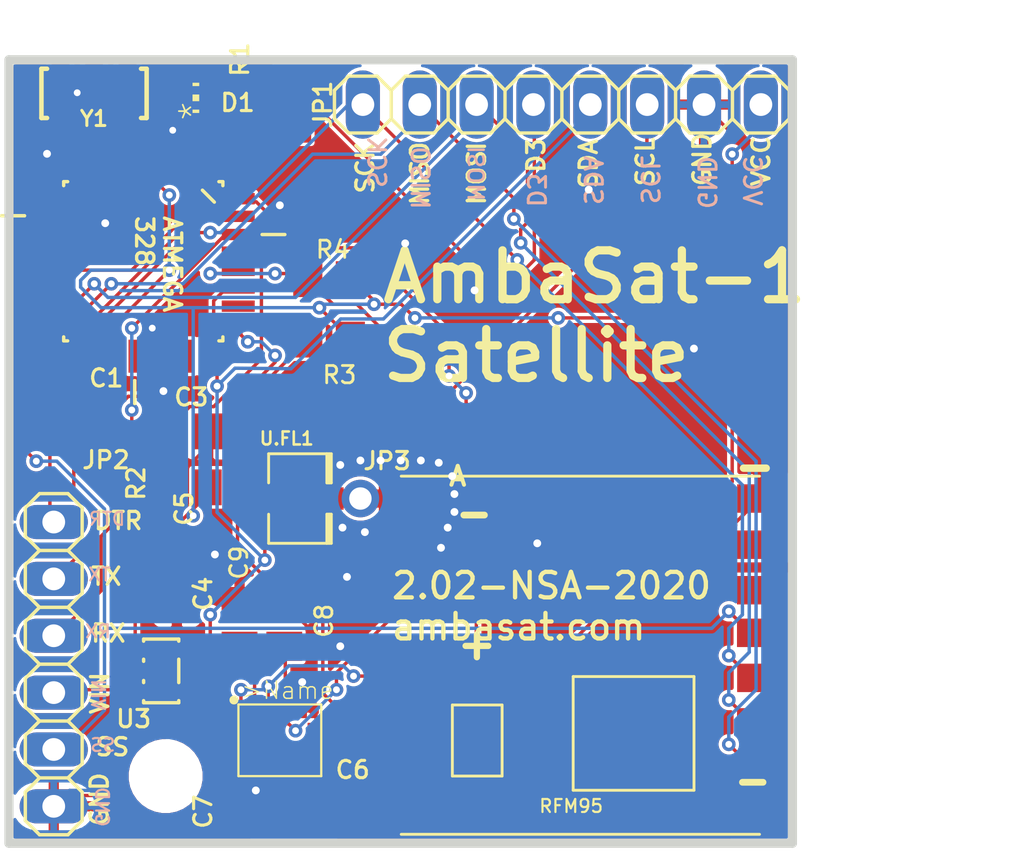
<source format=kicad_pcb>
(kicad_pcb (version 20171130) (host pcbnew "(5.1.6)-1")
  (layers (0 Top signal) (31 Bottom signal hide) (34 B.Paste user hide) (35 F.Paste user hide) (36 B.SilkS user hide) (37 F.SilkS user hide) (38 B.Mask user hide) (39 F.Mask user hide) (44 Edge.Cuts user hide))
  (net 0 "")
  (net 1 VCC)
  (net 2 GND)
  (net 3 /DIO0)
  (net 4 /TX)
  (net 5 /RX)
  (net 6 /RESET)
  (net 7 /SCL)
  (net 8 /SDA)
  (net 9 /DIO1)
  (net 10 /A0)
  (net 11 /SCK)
  (net 12 /MISO)
  (net 13 /MOSI)
  (net 14 /SS)
  (net 15 /D3)
  (net 16 "Net-(D1-PadA)")
  (net 17 "Net-(C1-Pad2)")
  (net 18 "Net-(JP3-Pad1)")
  (net 19 /VIN)
  (net 20 "Net-(C9-Pad1)")
  (net 21 "Net-(C8-Pad1)")
  (net 22 "Net-(U1-Pad13)")
  (net 23 "Net-(U1-Pad12)")
  (net 24 "Net-(U1-Pad11)")
  (net 25 "Net-(U1-Pad10)")
  (net 26 "Net-(U1-Pad9)")
  (net 27 "Net-(R1-Pad2)")
  (net 28 "Net-(U2-Pad26)")
  (net 29 "Net-(U2-Pad24)")
  (net 30 "Net-(U2-Pad22)")
  (net 31 "Net-(U2-Pad20)")
  (net 32 "Net-(U2-Pad19)")
  (net 33 "Net-(U2-Pad12)")
  (net 34 "Net-(U2-Pad11)")
  (net 35 "Net-(U2-Pad10)")
  (net 36 "Net-(U2-Pad9)")
  (net 37 "Net-(U2-Pad8)")
  (net 38 "Net-(U2-Pad7)")
  (net 39 "Net-(U2-Pad2)")
  (net 40 "Net-(U3-Pad4)")
  (net 41 "Net-(U4-PadRST)")
  (net 42 "Net-(U4-PadDIO5)")
  (net 43 "Net-(U4-PadDIO2)")
  (module "" (layer Top) (at 138.0011 119.5036)
    (fp_text reference @HOLE0 hide)
    (fp_text value "" (at 0 0) (layer F.SilkS) (effects (font (size 1.27 1.27))))
    (pad "" np_thru_hole circle (at 0 0) (size 3 3) (drill 3) (layers *.Cu *.Mask))
  )
  (module "AmbaSat-1 Satellite:QFP80P900X900X120-32N" (layer Top) (at 137.0011 96.5036 270)
    (fp_text reference U2 hide)
    (fp_text value ATMEGA328P-AU)
    (fp_text user * (at -6.1976 -2.9464 270) (layer F.SilkS) (effects (font (size 1.2065 1.2065) (thickness 0.0762)) (justify left bottom)))
    (pad 32 smd rect (at -2.794 -4.2418 90) (size 0.508 1.4732) (layers Top F.Paste F.Mask) (net 3 /DIO0))
    (pad 31 smd rect (at -2.0066 -4.2418 90) (size 0.508 1.4732) (layers Top F.Paste F.Mask) (net 4 /TX))
    (pad 30 smd rect (at -1.1938 -4.2418 90) (size 0.508 1.4732) (layers Top F.Paste F.Mask) (net 5 /RX))
    (pad 29 smd rect (at -0.4064 -4.2418 90) (size 0.508 1.4732) (layers Top F.Paste F.Mask) (net 6 /RESET))
    (pad 28 smd rect (at 0.4064 -4.2418 90) (size 0.508 1.4732) (layers Top F.Paste F.Mask) (net 7 /SCL))
    (pad 27 smd rect (at 1.1938 -4.2418 90) (size 0.508 1.4732) (layers Top F.Paste F.Mask) (net 8 /SDA))
    (pad 26 smd rect (at 2.0066 -4.2418 90) (size 0.508 1.4732) (layers Top F.Paste F.Mask) (net 28 "Net-(U2-Pad26)"))
    (pad 25 smd rect (at 2.794 -4.2418 90) (size 0.508 1.4732) (layers Top F.Paste F.Mask) (net 9 /DIO1))
    (pad 24 smd rect (at 4.2418 -2.794 180) (size 0.508 1.4732) (layers Top F.Paste F.Mask) (net 29 "Net-(U2-Pad24)"))
    (pad 23 smd rect (at 4.2418 -2.0066 180) (size 0.508 1.4732) (layers Top F.Paste F.Mask) (net 10 /A0))
    (pad 22 smd rect (at 4.2418 -1.1938 180) (size 0.508 1.4732) (layers Top F.Paste F.Mask) (net 30 "Net-(U2-Pad22)"))
    (pad 21 smd rect (at 4.2418 -0.4064 180) (size 0.508 1.4732) (layers Top F.Paste F.Mask) (net 2 GND))
    (pad 20 smd rect (at 4.2418 0.4064 180) (size 0.508 1.4732) (layers Top F.Paste F.Mask) (net 31 "Net-(U2-Pad20)"))
    (pad 19 smd rect (at 4.2418 1.1938 180) (size 0.508 1.4732) (layers Top F.Paste F.Mask) (net 32 "Net-(U2-Pad19)"))
    (pad 18 smd rect (at 4.2418 2.0066 180) (size 0.508 1.4732) (layers Top F.Paste F.Mask) (net 1 VCC))
    (pad 17 smd rect (at 4.2418 2.794 180) (size 0.508 1.4732) (layers Top F.Paste F.Mask) (net 11 /SCK))
    (pad 16 smd rect (at 2.794 4.2418 90) (size 0.508 1.4732) (layers Top F.Paste F.Mask) (net 12 /MISO))
    (pad 15 smd rect (at 2.0066 4.2418 90) (size 0.508 1.4732) (layers Top F.Paste F.Mask) (net 13 /MOSI))
    (pad 14 smd rect (at 1.1938 4.2418 90) (size 0.508 1.4732) (layers Top F.Paste F.Mask) (net 14 /SS))
    (pad 13 smd rect (at 0.4064 4.2418 90) (size 0.508 1.4732) (layers Top F.Paste F.Mask) (net 27 "Net-(R1-Pad2)"))
    (pad 12 smd rect (at -0.4064 4.2418 90) (size 0.508 1.4732) (layers Top F.Paste F.Mask) (net 33 "Net-(U2-Pad12)"))
    (pad 11 smd rect (at -1.1938 4.2418 90) (size 0.508 1.4732) (layers Top F.Paste F.Mask) (net 34 "Net-(U2-Pad11)"))
    (pad 10 smd rect (at -2.0066 4.2418 90) (size 0.508 1.4732) (layers Top F.Paste F.Mask) (net 35 "Net-(U2-Pad10)"))
    (pad 9 smd rect (at -2.794 4.2418 90) (size 0.508 1.4732) (layers Top F.Paste F.Mask) (net 36 "Net-(U2-Pad9)"))
    (pad 8 smd rect (at -4.2418 2.794 180) (size 0.508 1.4732) (layers Top F.Paste F.Mask) (net 37 "Net-(U2-Pad8)"))
    (pad 7 smd rect (at -4.2418 2.0066 180) (size 0.508 1.4732) (layers Top F.Paste F.Mask) (net 38 "Net-(U2-Pad7)"))
    (pad 6 smd rect (at -4.2418 1.1938 180) (size 0.508 1.4732) (layers Top F.Paste F.Mask) (net 1 VCC))
    (pad 5 smd rect (at -4.2418 0.4064 180) (size 0.508 1.4732) (layers Top F.Paste F.Mask) (net 2 GND))
    (pad 4 smd rect (at -4.2418 -0.4064 180) (size 0.508 1.4732) (layers Top F.Paste F.Mask) (net 1 VCC))
    (pad 3 smd rect (at -4.2418 -1.1938 180) (size 0.508 1.4732) (layers Top F.Paste F.Mask) (net 2 GND))
    (pad 2 smd rect (at -4.2418 -2.0066 180) (size 0.508 1.4732) (layers Top F.Paste F.Mask) (net 39 "Net-(U2-Pad2)"))
    (pad 1 smd rect (at -4.2418 -2.794 180) (size 0.508 1.4732) (layers Top F.Paste F.Mask) (net 15 /D3))
  )
  (module "AmbaSat-1 Satellite:C0805K" (layer Top) (at 133.8011 104.1036 180)
    (fp_text reference C1 (at -0.7 1.925) (layer F.SilkS) (effects (font (size 0.77216 0.77216) (thickness 0.138988)) (justify left bottom)))
    (fp_text value 1uF)
    (pad 2 smd rect (at 1 0 180) (size 1.3 1.6) (layers Top F.Paste F.Mask) (net 17 "Net-(C1-Pad2)"))
    (pad 1 smd rect (at -1 0 180) (size 1.3 1.6) (layers Top F.Paste F.Mask) (net 6 /RESET))
  )
  (module "AmbaSat-1 Satellite:C0805K" (layer Top) (at 138.9011 104.1036)
    (fp_text reference C3 (at -0.6 -1.075) (layer F.SilkS) (effects (font (size 0.77216 0.77216) (thickness 0.138988)) (justify left bottom)))
    (fp_text value 0.1uF)
    (pad 2 smd rect (at 1 0) (size 1.3 1.6) (layers Top F.Paste F.Mask) (net 2 GND))
    (pad 1 smd rect (at -1 0) (size 1.3 1.6) (layers Top F.Paste F.Mask) (net 6 /RESET))
  )
  (module "AmbaSat-1 Satellite:C0805K" (layer Top) (at 137.5011 111.6036)
    (fp_text reference C4 (at 2.625 0.6 90) (layer F.SilkS) (effects (font (size 0.77216 0.77216) (thickness 0.138988)) (justify left bottom)))
    (fp_text value 1uF)
    (pad 2 smd rect (at 1 0) (size 1.3 1.6) (layers Top F.Paste F.Mask) (net 2 GND))
    (pad 1 smd rect (at -1 0) (size 1.3 1.6) (layers Top F.Paste F.Mask) (net 19 /VIN))
  )
  (module "AmbaSat-1 Satellite:C0805K" (layer Top) (at 137.5011 109.3036 180)
    (fp_text reference C5 (at -1.775 0.9 90) (layer F.SilkS) (effects (font (size 0.77216 0.77216) (thickness 0.138988)) (justify left bottom)))
    (fp_text value 2.2uF)
    (pad 2 smd rect (at 1 0 180) (size 1.3 1.6) (layers Top F.Paste F.Mask) (net 2 GND))
    (pad 1 smd rect (at -1 0 180) (size 1.3 1.6) (layers Top F.Paste F.Mask) (net 1 VCC))
  )
  (module "AmbaSat-1 Satellite:CHIP-LED0805" (layer Top) (at 139.5011 89.2036 90)
    (fp_text reference D1 (at -0.67 0.87) (layer F.SilkS) (effects (font (size 0.77216 0.77216) (thickness 0.138988)) (justify left bottom)))
    (fp_text value LEDCHIP-LED0805)
    (pad A smd rect (at 0 1.05 90) (size 1.2 1.2) (layers Top F.Paste F.Mask) (net 16 "Net-(D1-PadA)"))
    (pad C smd rect (at 0 -1.05 90) (size 1.2 1.2) (layers Top F.Paste F.Mask) (net 2 GND))
  )
  (module "AmbaSat-1 Satellite:M0805" (layer Top) (at 143.7011 89.6036 270)
    (fp_text reference R1 (at -1.27 1.93 90) (layer F.SilkS) (effects (font (size 0.77216 0.77216) (thickness 0.138988)) (justify left bottom)))
    (fp_text value 1K)
    (pad 2 smd rect (at 0.95 0 270) (size 1.3 1.6) (layers Top F.Paste F.Mask) (net 27 "Net-(R1-Pad2)"))
    (pad 1 smd rect (at -0.95 0 270) (size 1.3 1.6) (layers Top F.Paste F.Mask) (net 16 "Net-(D1-PadA)"))
  )
  (module "AmbaSat-1 Satellite:M0805" (layer Top) (at 138.9011 106.6036)
    (fp_text reference R2 (at -1.77 0.67 90) (layer F.SilkS) (effects (font (size 0.77216 0.77216) (thickness 0.138988)) (justify left bottom)))
    (fp_text value " 10k")
    (pad 2 smd rect (at 0.95 0) (size 1.3 1.6) (layers Top F.Paste F.Mask) (net 1 VCC))
    (pad 1 smd rect (at -0.95 0) (size 1.3 1.6) (layers Top F.Paste F.Mask) (net 6 /RESET))
  )
  (module "AmbaSat-1 Satellite:RFM95" (layer Top) (at 154.3011 114.1036 180)
    (fp_text reference U4 hide)
    (fp_text value RFM95)
    (fp_text user - (at -8.981 -6.299 180) (layer F.SilkS) (effects (font (size 1.2065 1.2065) (thickness 0.3175)) (justify left bottom)))
    (fp_text user - (at -8.981 7.671 180) (layer F.SilkS) (effects (font (size 1.32715 1.32715) (thickness 0.34925)) (justify left bottom)))
    (fp_text user - (at 3.465 5.639 180) (layer F.SilkS) (effects (font (size 1.2065 1.2065) (thickness 0.3175)) (justify left bottom)))
    (fp_text user A (at 3.7315 7.503 180) (layer F.SilkS) (effects (font (size 0.84455 0.84455) (thickness 0.1778)) (justify left bottom)))
    (fp_text user + (at 3.4015 -0.2665 180) (layer F.SilkS) (effects (font (size 1.32715 1.32715) (thickness 0.2794)) (justify left bottom)))
    (pad VDD smd rect (at 5.7775 -1 180) (size 2 1.27) (layers Top F.Paste F.Mask) (net 1 VCC))
    (pad SCK smd rect (at -10.23 -1.0122 180) (size 2 1.27) (layers Top F.Paste F.Mask) (net 11 /SCK))
    (pad RST smd rect (at -10.2225 2.905) (size 2 1.27) (layers Top F.Paste F.Mask) (net 41 "Net-(U4-PadRST)"))
    (pad NSS smd rect (at -10.2225 1) (size 2 1.27) (layers Top F.Paste F.Mask) (net 14 /SS))
    (pad MOSI smd rect (at -10.2245 -3 180) (size 2 1.27) (layers Top F.Paste F.Mask) (net 13 /MOSI))
    (pad MISO smd rect (at -10.23 -5 180) (size 2 1.27) (layers Top F.Paste F.Mask) (net 12 /MISO))
    (pad GND2 smd rect (at -10.23 7 180) (size 2 1.27) (layers Top F.Paste F.Mask) (net 2 GND))
    (pad GND1 smd rect (at -10.2225 -7) (size 2 1.27) (layers Top F.Paste F.Mask) (net 2 GND))
    (pad GND smd rect (at 5.7775 5 180) (size 2 1.27) (layers Top F.Paste F.Mask) (net 2 GND))
    (pad DIO5 smd rect (at -10.2245 4.9365 180) (size 2 1.27) (layers Top F.Paste F.Mask) (net 42 "Net-(U4-PadDIO5)"))
    (pad DIO2 smd rect (at 5.7795 -7) (size 2 1.27) (layers Top F.Paste F.Mask) (net 43 "Net-(U4-PadDIO2)"))
    (pad DIO1 smd rect (at 5.7795 -5.095) (size 2 1.27) (layers Top F.Paste F.Mask) (net 9 /DIO1))
    (pad DIO0 smd rect (at 5.7775 -3 180) (size 2 1.27) (layers Top F.Paste F.Mask) (net 3 /DIO0))
    (pad ANT smd rect (at 5.7775 7 180) (size 2 1.27) (layers Top F.Paste F.Mask) (net 18 "Net-(JP3-Pad1)"))
  )
  (module "AmbaSat-1 Satellite:SOT25" (layer Top) (at 137.8011 114.8036 270)
    (fp_text reference U3 (at 2.595 2.095) (layer F.SilkS) (effects (font (size 0.77216 0.77216) (thickness 0.138988)) (justify left bottom)))
    (fp_text value LP2985AIM5-3.3)
    (pad 5 smd rect (at -0.95 -1.3 270) (size 0.55 1.2) (layers Top F.Paste F.Mask) (net 1 VCC))
    (pad 4 smd rect (at 0.95 -1.3 270) (size 0.55 1.2) (layers Top F.Paste F.Mask) (net 40 "Net-(U3-Pad4)"))
    (pad 3 smd rect (at 0.95 1.3 270) (size 0.55 1.2) (layers Top F.Paste F.Mask) (net 19 /VIN))
    (pad 2 smd rect (at 0 1.3 270) (size 0.55 1.2) (layers Top F.Paste F.Mask) (net 2 GND))
    (pad 1 smd rect (at -0.95 1.3 270) (size 0.55 1.2) (layers Top F.Paste F.Mask) (net 19 /VIN))
  )
  (module "AmbaSat-1 Satellite:RESONATOR-SMD-4.5X2.0" (layer Top) (at 134.8011 89.0036 180)
    (fp_text reference Y1 (at 0 -1.524) (layer F.SilkS) (effects (font (size 0.67564 0.67564) (thickness 0.135128)) (justify bottom)))
    (fp_text value 4MHz)
    (fp_poly (pts (xy -0.4 -0.8) (xy 0.4 -0.8) (xy 0.4 -1.3) (xy -0.4 -1.3)) (layer Top) (width 0))
    (fp_poly (pts (xy -0.4 1.3) (xy 0.4 1.3) (xy 0.4 0.8) (xy -0.4 0.8)) (layer Top) (width 0))
    (fp_poly (pts (xy -1.9 -0.8) (xy -1.1 -0.8) (xy -1.1 -1.3) (xy -1.9 -1.3)) (layer Top) (width 0))
    (fp_poly (pts (xy -1.9 1.3) (xy -1.1 1.3) (xy -1.1 0.8) (xy -1.9 0.8)) (layer Top) (width 0))
    (fp_poly (pts (xy 1.1 -0.8) (xy 1.9 -0.8) (xy 1.9 -1.3) (xy 1.1 -1.3)) (layer Top) (width 0))
    (fp_poly (pts (xy 1.1 1.3) (xy 1.9 1.3) (xy 1.9 0.8) (xy 1.1 0.8)) (layer Top) (width 0))
    (pad 3 smd rect (at 1.5 0 180) (size 0.4 1.6) (layers Top F.Paste F.Mask) (net 37 "Net-(U2-Pad8)"))
    (pad 2 smd rect (at 0 0 180) (size 0.4 1.6) (layers Top F.Paste F.Mask) (net 2 GND))
    (pad 1 smd rect (at -1.5 0 180) (size 0.4 1.6) (layers Top F.Paste F.Mask) (net 38 "Net-(U2-Pad7)"))
  )
  (module "AmbaSat-1 Satellite:LGA24-8X4" (layer Top) (at 143.1011 117.9036)
    (fp_text reference U1 hide)
    (fp_text value LSM9DS1 hide)
    (fp_text user >Name (at -1.778 -1.778) (layer F.SilkS) (effects (font (size 0.77216 0.77216) (thickness 0.065024)) (justify left bottom)))
    (pad 24 smd rect (at -1.075 -1.365 90) (size 0.75 0.27) (layers Top F.Paste F.Mask) (net 20 "Net-(C9-Pad1)"))
    (pad 23 smd rect (at -0.645 -1.365 90) (size 0.75 0.27) (layers Top F.Paste F.Mask) (net 1 VCC))
    (pad 22 smd rect (at -0.215 -1.365 90) (size 0.75 0.27) (layers Top F.Paste F.Mask) (net 1 VCC))
    (pad 21 smd rect (at 0.215 -1.365 90) (size 0.75 0.27) (layers Top F.Paste F.Mask) (net 21 "Net-(C8-Pad1)"))
    (pad 20 smd rect (at 0.645 -1.365 90) (size 0.75 0.27) (layers Top F.Paste F.Mask) (net 2 GND))
    (pad 19 smd rect (at 1.075 -1.365 90) (size 0.75 0.27) (layers Top F.Paste F.Mask) (net 2 GND))
    (pad 18 smd rect (at 1.505 -1.365 90) (size 0.75 0.27) (layers Top F.Paste F.Mask) (net 2 GND))
    (pad 17 smd rect (at 1.615 -0.645) (size 0.75 0.27) (layers Top F.Paste F.Mask) (net 2 GND))
    (pad 16 smd rect (at 1.615 -0.215) (size 0.75 0.27) (layers Top F.Paste F.Mask) (net 2 GND))
    (pad 15 smd rect (at 1.615 0.215) (size 0.75 0.27) (layers Top F.Paste F.Mask) (net 2 GND))
    (pad 14 smd rect (at 1.615 0.645) (size 0.75 0.27) (layers Top F.Paste F.Mask) (net 2 GND))
    (pad 13 smd rect (at 1.505 1.365 270) (size 0.75 0.27) (layers Top F.Paste F.Mask) (net 22 "Net-(U1-Pad13)"))
    (pad 12 smd rect (at 1.075 1.365 270) (size 0.75 0.27) (layers Top F.Paste F.Mask) (net 23 "Net-(U1-Pad12)"))
    (pad 11 smd rect (at 0.645 1.365 270) (size 0.75 0.27) (layers Top F.Paste F.Mask) (net 24 "Net-(U1-Pad11)"))
    (pad 10 smd rect (at 0.215 1.365 270) (size 0.75 0.27) (layers Top F.Paste F.Mask) (net 25 "Net-(U1-Pad10)"))
    (pad 9 smd rect (at -0.215 1.365 270) (size 0.75 0.27) (layers Top F.Paste F.Mask) (net 26 "Net-(U1-Pad9)"))
    (pad 8 smd rect (at -0.645 1.365 270) (size 0.75 0.27) (layers Top F.Paste F.Mask) (net 1 VCC))
    (pad 7 smd rect (at -1.075 1.365 270) (size 0.75 0.27) (layers Top F.Paste F.Mask) (net 1 VCC))
    (pad 6 smd rect (at -1.505 1.365 270) (size 0.75 0.27) (layers Top F.Paste F.Mask) (net 1 VCC))
    (pad 5 smd rect (at -1.615 0.645 180) (size 0.75 0.27) (layers Top F.Paste F.Mask) (net 1 VCC))
    (pad 4 smd rect (at -1.615 0.215 180) (size 0.75 0.27) (layers Top F.Paste F.Mask) (net 8 /SDA))
    (pad 3 smd rect (at -1.615 -0.215 180) (size 0.75 0.27) (layers Top F.Paste F.Mask) (net 1 VCC))
    (pad 2 smd rect (at -1.615 -0.645 180) (size 0.75 0.27) (layers Top F.Paste F.Mask) (net 7 /SCL))
    (pad 1 smd rect (at -1.505 -1.365 90) (size 0.75 0.27) (layers Top F.Paste F.Mask) (net 1 VCC))
  )
  (module "AmbaSat-1 Satellite:C0805K" (layer Top) (at 145.5549 121.1138 180)
    (fp_text reference C6 (at 0.0436 1.439) (layer F.SilkS) (effects (font (size 0.77216 0.77216) (thickness 0.138988)) (justify left bottom)))
    (fp_text value 10uF)
    (pad 2 smd rect (at 1 0 180) (size 1.3 1.6) (layers Top F.Paste F.Mask) (net 2 GND))
    (pad 1 smd rect (at -1 0 180) (size 1.3 1.6) (layers Top F.Paste F.Mask) (net 1 VCC))
  )
  (module "AmbaSat-1 Satellite:C0805K" (layer Top) (at 141.8981 121.133)
    (fp_text reference C7 (at -1.775 0.8 90) (layer F.SilkS) (effects (font (size 0.77216 0.77216) (thickness 0.138988)) (justify left bottom)))
    (fp_text value 0.1uF)
    (pad 2 smd rect (at 1 0) (size 1.3 1.6) (layers Top F.Paste F.Mask) (net 2 GND))
    (pad 1 smd rect (at -1 0) (size 1.3 1.6) (layers Top F.Paste F.Mask) (net 1 VCC))
  )
  (module "AmbaSat-1 Satellite:C0805K" (layer Top) (at 143.3011 112.7036 90)
    (fp_text reference C8 (at -0.7 2.225 90) (layer F.SilkS) (effects (font (size 0.77216 0.77216) (thickness 0.123545)) (justify left bottom)))
    (fp_text value 10nF)
    (pad 2 smd rect (at 1 0 90) (size 1.3 1.6) (layers Top F.Paste F.Mask) (net 2 GND))
    (pad 1 smd rect (at -1 0 90) (size 1.3 1.6) (layers Top F.Paste F.Mask) (net 21 "Net-(C8-Pad1)"))
  )
  (module "AmbaSat-1 Satellite:C0805K" (layer Top) (at 141.3011 112.7036 90)
    (fp_text reference C9 (at 1.9 0.425 90) (layer F.SilkS) (effects (font (size 0.77216 0.77216) (thickness 0.123545)) (justify left bottom)))
    (fp_text value 0.1uF)
    (pad 2 smd rect (at 1 0 90) (size 1.3 1.6) (layers Top F.Paste F.Mask) (net 2 GND))
    (pad 1 smd rect (at -1 0 90) (size 1.3 1.6) (layers Top F.Paste F.Mask) (net 20 "Net-(C9-Pad1)"))
  )
  (module "AmbaSat-1 Satellite:1X08" (layer Top) (at 155.7011 89.5036 180)
    (fp_text reference JP1 (at 10.2288 -1.1362 90) (layer F.SilkS) (effects (font (size 0.77216 0.77216) (thickness 0.138988)) (justify left bottom)))
    (fp_text value PINHD-1X8)
    (pad 8 thru_hole oval (at 8.89 0 270) (size 3.048 1.524) (drill 1.016) (layers *.Cu *.Mask) (net 11 /SCK))
    (pad 7 thru_hole oval (at 6.35 0 270) (size 3.048 1.524) (drill 1.016) (layers *.Cu *.Mask) (net 12 /MISO))
    (pad 6 thru_hole oval (at 3.81 0 270) (size 3.048 1.524) (drill 1.016) (layers *.Cu *.Mask) (net 13 /MOSI))
    (pad 5 thru_hole oval (at 1.27 0 270) (size 3.048 1.524) (drill 1.016) (layers *.Cu *.Mask) (net 15 /D3))
    (pad 4 thru_hole oval (at -1.27 0 270) (size 3.048 1.524) (drill 1.016) (layers *.Cu *.Mask) (net 8 /SDA))
    (pad 3 thru_hole oval (at -3.81 0 270) (size 3.048 1.524) (drill 1.016) (layers *.Cu *.Mask) (net 7 /SCL))
    (pad 2 thru_hole oval (at -6.35 0 270) (size 3.048 1.524) (drill 1.016) (layers *.Cu *.Mask) (net 2 GND))
    (pad 1 thru_hole oval (at -8.89 0 270) (size 3.048 1.524) (drill 1.016) (layers *.Cu *.Mask) (net 1 VCC))
  )
  (module "AmbaSat-1 Satellite:1X06" (layer Top) (at 133.0011 114.5036 90)
    (fp_text reference JP2 (at 8.6712 1.1962) (layer F.SilkS) (effects (font (size 0.77216 0.77216) (thickness 0.138988)) (justify left bottom)))
    (fp_text value PINHD-1X6)
    (pad 6 thru_hole oval (at 6.35 0 180) (size 3.048 1.524) (drill 1.016) (layers *.Cu *.Mask) (net 17 "Net-(C1-Pad2)"))
    (pad 5 thru_hole oval (at 3.81 0 180) (size 3.048 1.524) (drill 1.016) (layers *.Cu *.Mask) (net 4 /TX))
    (pad 4 thru_hole oval (at 1.27 0 180) (size 3.048 1.524) (drill 1.016) (layers *.Cu *.Mask) (net 5 /RX))
    (pad 3 thru_hole oval (at -1.27 0 180) (size 3.048 1.524) (drill 1.016) (layers *.Cu *.Mask) (net 19 /VIN))
    (pad 2 thru_hole oval (at -3.81 0 180) (size 3.048 1.524) (drill 1.016) (layers *.Cu *.Mask) (net 14 /SS))
    (pad 1 thru_hole oval (at -6.35 0 180) (size 3.048 1.524) (drill 1.016) (layers *.Cu *.Mask) (net 2 GND))
  )
  (module "AmbaSat-1 Satellite:M0805" (layer Top) (at 145.3011 100.0036)
    (fp_text reference R3 (at -0.37 2.03) (layer F.SilkS) (effects (font (size 0.77216 0.77216) (thickness 0.123545)) (justify left bottom)))
    (fp_text value 1K)
    (pad 2 smd rect (at 0.95 0) (size 1.3 1.6) (layers Top F.Paste F.Mask) (net 1 VCC))
    (pad 1 smd rect (at -0.95 0) (size 1.3 1.6) (layers Top F.Paste F.Mask) (net 8 /SDA))
  )
  (module "AmbaSat-1 Satellite:M0805" (layer Top) (at 145.3011 97.3036)
    (fp_text reference R4 (at -0.67 -0.87) (layer F.SilkS) (effects (font (size 0.77216 0.77216) (thickness 0.123545)) (justify left bottom)))
    (fp_text value 1K)
    (pad 2 smd rect (at 0.95 0) (size 1.3 1.6) (layers Top F.Paste F.Mask) (net 1 VCC))
    (pad 1 smd rect (at -0.95 0) (size 1.3 1.6) (layers Top F.Paste F.Mask) (net 7 /SCL))
  )
  (module "AmbaSat-1 Satellite:U.FL" (layer Top) (at 143.9011 107.1036)
    (fp_text reference U.FL1 (at -1.77 -2.34) (layer F.SilkS) (effects (font (size 0.57912 0.57912) (thickness 0.115824)) (justify left bottom)))
    (fp_text value U.FL)
    (pad NC smd rect (at -1.525 0) (size 1.05 1) (layers Top F.Paste F.Mask))
    (pad FEED smd rect (at 1.525 0) (size 1.05 1) (layers Top F.Paste F.Mask) (net 18 "Net-(JP3-Pad1)"))
    (pad 2 smd rect (at 0 1.375) (size 2.2 0.85) (layers Top F.Paste F.Mask) (net 2 GND))
    (pad 1 smd rect (at 0 -1.375) (size 2.2 0.85) (layers Top F.Paste F.Mask) (net 2 GND))
  )
  (module "AmbaSat-1 Satellite:1X01_ROUND" (layer Top) (at 146.7011 107.1036)
    (fp_text reference JP3 (at 0.0538 -1.2288) (layer F.SilkS) (effects (font (size 0.77216 0.77216) (thickness 0.138988)) (justify left bottom)))
    (fp_text value HEADER-1X1ROUND)
    (pad 1 thru_hole circle (at 0 0 90) (size 1.6764 1.6764) (drill 1) (layers *.Cu *.Mask) (net 18 "Net-(JP3-Pad1)"))
  )
  (gr_line (start 131.0011 122.5036) (end 131.0011 87.5036) (layer Edge.Cuts) (width 0.4064))
  (gr_line (start 131.0011 87.5036) (end 166.0011 87.5036) (layer Edge.Cuts) (width 0.4064))
  (gr_line (start 166.0011 87.5036) (end 166.0011 122.5036) (layer Edge.Cuts) (width 0.4064))
  (gr_line (start 166.0011 122.5036) (end 131.0011 122.5036) (layer Edge.Cuts) (width 0.4064))
  (gr_text "AmbaSat-1\nSatellite" (at 147.5011 102.0036) (layer F.SilkS) (effects (font (size 2.185 2.185) (thickness 0.368)) (justify left bottom)))
  (gr_line (start 148.3011 87.5036) (end 166.0011 87.5036) (layer F.SilkS) (width 0.1524))
  (gr_line (start 166.0011 87.5036) (end 166.0011 103.9036) (layer F.SilkS) (width 0.1524))
  (gr_text GND (at 135.4941 121.8116 90) (layer F.SilkS) (effects (font (size 0.77216 0.77216) (thickness 0.146304)) (justify left bottom)))
  (gr_text SS (at 134.7931 118.6566) (layer F.SilkS) (effects (font (size 0.77216 0.77216) (thickness 0.146304)) (justify left bottom)))
  (gr_text VIN (at 135.5141 116.8116 90) (layer F.SilkS) (effects (font (size 0.77216 0.77216) (thickness 0.146304)) (justify left bottom)))
  (gr_text RX (at 134.5931 113.5766) (layer F.SilkS) (effects (font (size 0.77216 0.77216) (thickness 0.146304)) (justify left bottom)))
  (gr_text TX (at 134.5931 111.0366) (layer F.SilkS) (effects (font (size 0.77216 0.77216) (thickness 0.146304)) (justify left bottom)))
  (gr_text TX (at 135.6091 110.8366) (layer B.SilkS) (effects (font (size 0.57912 0.57912) (thickness 0.097536)) (justify left bottom mirror)))
  (gr_text RX (at 135.6091 113.3766) (layer B.SilkS) (effects (font (size 0.57912 0.57912) (thickness 0.097536)) (justify left bottom mirror)))
  (gr_text VIN (at 135.3141 115.1146 -90) (layer B.SilkS) (effects (font (size 0.57912 0.57912) (thickness 0.097536)) (justify right top mirror)))
  (gr_text SS (at 135.8091 118.4566) (layer B.SilkS) (effects (font (size 0.57912 0.57912) (thickness 0.097536)) (justify left bottom mirror)))
  (gr_text GND (at 135.4941 119.9336 -90) (layer B.SilkS) (effects (font (size 0.57912 0.57912) (thickness 0.097536)) (justify right top mirror)))
  (gr_text DTR (at 134.7201 108.5506) (layer F.SilkS) (effects (font (size 0.77216 0.77216) (thickness 0.146304)) (justify left bottom)))
  (gr_text DTR (at 136.2441 108.3506) (layer B.SilkS) (effects (font (size 0.57912 0.57912) (thickness 0.097536)) (justify left bottom mirror)))
  (gr_text VCC (at 165.0531 93.2276 90) (layer F.SilkS) (effects (font (size 0.77216 0.77216) (thickness 0.146304)) (justify left bottom)))
  (gr_text GND (at 162.4211 93.2276 90) (layer F.SilkS) (effects (font (size 0.77216 0.77216) (thickness 0.146304)) (justify left bottom)))
  (gr_text SCL (at 159.8811 93.2276 90) (layer F.SilkS) (effects (font (size 0.77216 0.77216) (thickness 0.146304)) (justify left bottom)))
  (gr_text SDA (at 157.3411 93.3276 90) (layer F.SilkS) (effects (font (size 0.77216 0.77216) (thickness 0.146304)) (justify left bottom)))
  (gr_text D3 (at 155.0011 92.6276 90) (layer F.SilkS) (effects (font (size 0.77216 0.77216) (thickness 0.146304)) (justify left bottom)))
  (gr_text MOSI (at 151.4451 91.0876 90) (layer F.SilkS) (effects (font (size 0.77216 0.77216) (thickness 0.146304)) (justify right top)))
  (gr_text MISO (at 148.9051 91.0876 90) (layer F.SilkS) (effects (font (size 0.77216 0.77216) (thickness 0.146304)) (justify right top)))
  (gr_text SCK (at 146.4651 91.0876 90) (layer F.SilkS) (effects (font (size 0.77216 0.77216) (thickness 0.146304)) (justify right top)))
  (gr_text VCC (at 164.6531 91.7226 -90) (layer B.SilkS) (effects (font (size 0.77216 0.77216) (thickness 0.130048)) (justify right top mirror)))
  (gr_text GND (at 162.6211 91.7226 -90) (layer B.SilkS) (effects (font (size 0.77216 0.77216) (thickness 0.130048)) (justify right top mirror)))
  (gr_text SCL (at 160.0811 91.7226 -90) (layer B.SilkS) (effects (font (size 0.77216 0.77216) (thickness 0.130048)) (justify right top mirror)))
  (gr_text SDA (at 157.5411 91.7226 -90) (layer B.SilkS) (effects (font (size 0.77216 0.77216) (thickness 0.130048)) (justify right top mirror)))
  (gr_text D3 (at 155.0011 92.4846 -90) (layer B.SilkS) (effects (font (size 0.77216 0.77216) (thickness 0.130048)) (justify right top mirror)))
  (gr_text MOSI (at 151.4451 93.8816 -90) (layer B.SilkS) (effects (font (size 0.67564 0.67564) (thickness 0.113792)) (justify left bottom mirror)))
  (gr_text MISO (at 148.9051 94.2626 -90) (layer B.SilkS) (effects (font (size 0.77216 0.77216) (thickness 0.130048)) (justify left bottom mirror)))
  (gr_text SCK (at 146.9651 93.3006 -90) (layer B.SilkS) (effects (font (size 0.77216 0.77216) (thickness 0.130048)) (justify left bottom mirror)))
  (gr_text RFM95 (at 157.6011 120.5036) (layer F.SilkS) (effects (font (size 0.57912 0.57912) (thickness 0.097536)) (justify right top)))
  (gr_text "ATMEGA\n328" (at 136.6011 94.4036 270) (layer F.SilkS) (effects (font (size 0.77216 0.77216) (thickness 0.146304)) (justify left bottom)))
  (gr_text "2.02-NSA-2020\nambasat.com" (at 148.0011 113.5036) (layer F.SilkS) (effects (font (size 1.14 1.14) (thickness 0.192)) (justify left bottom)))
  (segment (start 141.5167 119.1508) (end 141.5167 118.5412) (width 0.1524) (layer Top) (net 1))
  (segment (start 141.5167 118.5412) (end 141.4861 118.5486) (width 0.1524) (layer Top) (net 1))
  (segment (start 141.5167 119.1508) (end 141.5961 119.2686) (width 0.1524) (layer Top) (net 1))
  (segment (start 141.9739 117.6268) (end 141.5167 117.6268) (width 0.1524) (layer Top) (net 1))
  (segment (start 142.1263 117.7792) (end 141.9739 117.6268) (width 0.1524) (layer Top) (net 1))
  (segment (start 142.1263 119.1508) (end 142.1263 117.7792) (width 0.1524) (layer Top) (net 1))
  (segment (start 141.5167 117.6268) (end 141.4861 117.6886) (width 0.1524) (layer Top) (net 1))
  (segment (start 142.1263 119.1508) (end 142.0261 119.2686) (width 0.1524) (layer Top) (net 1))
  (segment (start 138.6211 108.178) (end 138.6211 109.2448) (width 0.1524) (layer Top) (net 1))
  (segment (start 139.8403 106.9588) (end 139.0783 107.7208) (width 0.1524) (layer Top) (net 1))
  (segment (start 139.0783 107.7208) (end 138.6211 108.178) (width 0.1524) (layer Top) (net 1))
  (segment (start 139.8403 106.654) (end 139.8403 106.9588) (width 0.1524) (layer Top) (net 1))
  (segment (start 138.6211 109.2448) (end 138.5011 109.3036) (width 0.1524) (layer Top) (net 1))
  (segment (start 139.8403 106.654) (end 139.8511 106.6036) (width 0.1524) (layer Top) (net 1))
  (segment (start 135.1159 99.9484) (end 135.1159 100.7104) (width 0.1524) (layer Top) (net 1))
  (segment (start 138.1639 96.9004) (end 135.1159 99.9484) (width 0.1524) (layer Top) (net 1))
  (segment (start 138.1639 93.5476) (end 138.1639 96.9004) (width 0.1524) (layer Bottom) (net 1))
  (segment (start 137.5543 92.938) (end 138.1639 93.5476) (width 0.1524) (layer Top) (net 1))
  (segment (start 137.5543 92.3284) (end 137.5543 92.938) (width 0.1524) (layer Top) (net 1))
  (segment (start 135.1159 100.7104) (end 134.9945 100.7454) (width 0.1524) (layer Top) (net 1))
  (segment (start 137.5543 92.3284) (end 137.4075 92.2618) (width 0.1524) (layer Top) (net 1))
  (segment (start 135.8779 92.938) (end 135.8779 92.3284) (width 0.1524) (layer Top) (net 1))
  (segment (start 136.1827 93.2428) (end 135.8779 92.938) (width 0.1524) (layer Top) (net 1))
  (segment (start 137.2495 93.2428) (end 136.1827 93.2428) (width 0.1524) (layer Top) (net 1))
  (segment (start 137.5543 92.938) (end 137.2495 93.2428) (width 0.1524) (layer Top) (net 1))
  (segment (start 135.8779 92.3284) (end 135.8073 92.2618) (width 0.1524) (layer Top) (net 1))
  (segment (start 137.5543 92.938) (end 137.4075 92.2618) (width 0.1524) (layer Top) (net 1))
  (segment (start 144.8695 98.5768) (end 146.2411 99.9484) (width 0.1524) (layer Top) (net 1))
  (segment (start 135.1159 98.5768) (end 139.2307 98.5768) (width 0.1524) (layer Bottom) (net 1))
  (segment (start 139.2307 98.5768) (end 144.8695 98.5768) (width 0.1524) (layer Bottom) (net 1))
  (segment (start 134.2015 97.6624) (end 135.1159 98.5768) (width 0.1524) (layer Bottom) (net 1))
  (segment (start 134.2015 97.3576) (end 134.2015 97.6624) (width 0.1524) (layer Bottom) (net 1))
  (segment (start 134.6587 96.9004) (end 134.2015 97.3576) (width 0.1524) (layer Bottom) (net 1))
  (segment (start 138.1639 96.9004) (end 134.6587 96.9004) (width 0.1524) (layer Bottom) (net 1))
  (segment (start 146.2411 99.9484) (end 146.2511 100.0036) (width 0.1524) (layer Top) (net 1))
  (segment (start 147.3079 98.272) (end 146.3935 97.3576) (width 0.1524) (layer Top) (net 1))
  (segment (start 147.3079 98.4244) (end 147.3079 98.272) (width 0.1524) (layer Top) (net 1))
  (segment (start 145.0219 98.4244) (end 147.3079 98.4244) (width 0.1524) (layer Bottom) (net 1))
  (segment (start 144.8695 98.5768) (end 145.0219 98.4244) (width 0.1524) (layer Bottom) (net 1))
  (segment (start 146.3935 97.3576) (end 146.2511 97.3036) (width 0.1524) (layer Top) (net 1))
  (segment (start 139.2307 107.8732) (end 139.0783 107.7208) (width 0.1524) (layer Top) (net 1))
  (segment (start 139.2307 98.5768) (end 139.2307 107.8732) (width 0.1524) (layer Bottom) (net 1))
  (segment (start 139.0783 114.4264) (end 139.0783 113.9692) (width 0.1524) (layer Top) (net 1))
  (segment (start 138.1639 115.3408) (end 139.0783 114.4264) (width 0.1524) (layer Top) (net 1))
  (segment (start 138.1639 115.3408) (end 138.1639 117.4744) (width 0.1524) (layer Top) (net 1))
  (segment (start 139.0783 113.9692) (end 139.1011 113.8536) (width 0.1524) (layer Top) (net 1))
  (segment (start 142.8883 116.56) (end 142.5835 116.56) (width 0.1524) (layer Top) (net 1))
  (segment (start 142.5835 116.56) (end 142.4561 116.5386) (width 0.1524) (layer Top) (net 1))
  (segment (start 142.8883 116.56) (end 142.8861 116.5386) (width 0.1524) (layer Top) (net 1))
  (segment (start 142.1263 119.3032) (end 142.4311 119.3032) (width 0.1524) (layer Top) (net 1))
  (segment (start 142.1263 119.3032) (end 142.0261 119.2686) (width 0.1524) (layer Top) (net 1))
  (segment (start 141.6691 119.3032) (end 141.9739 119.3032) (width 0.1524) (layer Top) (net 1))
  (segment (start 141.9739 119.3032) (end 142.0261 119.2686) (width 0.1524) (layer Top) (net 1))
  (segment (start 141.6691 119.3032) (end 141.5961 119.2686) (width 0.1524) (layer Top) (net 1))
  (segment (start 141.2119 116.56) (end 141.3643 116.56) (width 0.1524) (layer Top) (net 1))
  (segment (start 141.3643 116.56) (end 141.5167 116.56) (width 0.1524) (layer Top) (net 1))
  (segment (start 140.7547 117.0172) (end 141.2119 116.56) (width 0.1524) (layer Top) (net 1))
  (segment (start 140.7547 117.4744) (end 140.7547 117.0172) (width 0.1524) (layer Top) (net 1))
  (segment (start 140.9071 117.6268) (end 140.7547 117.4744) (width 0.1524) (layer Top) (net 1))
  (segment (start 141.3643 117.6268) (end 140.9071 117.6268) (width 0.1524) (layer Top) (net 1))
  (segment (start 141.5167 116.56) (end 141.5961 116.5386) (width 0.1524) (layer Top) (net 1))
  (segment (start 141.3643 117.6268) (end 141.4861 117.6886) (width 0.1524) (layer Top) (net 1))
  (segment (start 142.5835 115.4932) (end 142.5835 116.4076) (width 0.1524) (layer Top) (net 1))
  (segment (start 142.4311 115.6456) (end 142.5835 115.4932) (width 0.1524) (layer Bottom) (net 1))
  (segment (start 141.3643 115.6456) (end 142.4311 115.6456) (width 0.1524) (layer Bottom) (net 1))
  (segment (start 141.3643 116.56) (end 141.3643 115.6456) (width 0.1524) (layer Top) (net 1))
  (segment (start 142.5835 116.4076) (end 142.4561 116.5386) (width 0.1524) (layer Top) (net 1))
  (segment (start 146.3935 115.036) (end 148.3747 115.036) (width 0.1524) (layer Top) (net 1))
  (segment (start 145.9363 114.5788) (end 146.3935 115.036) (width 0.1524) (layer Bottom) (net 1))
  (segment (start 143.4979 114.5788) (end 145.9363 114.5788) (width 0.1524) (layer Bottom) (net 1))
  (segment (start 142.5835 115.4932) (end 143.4979 114.5788) (width 0.1524) (layer Bottom) (net 1))
  (segment (start 148.3747 115.036) (end 148.5236 115.1036) (width 0.1524) (layer Top) (net 1))
  (segment (start 164.5291 90.4996) (end 164.5291 89.5852) (width 0.1524) (layer Bottom) (net 1))
  (segment (start 163.3099 91.7188) (end 164.5291 90.4996) (width 0.1524) (layer Bottom) (net 1))
  (segment (start 163.3099 106.3492) (end 163.3099 99.034) (width 0.1524) (layer Top) (net 1))
  (segment (start 163.3099 99.034) (end 163.3099 91.7188) (width 0.1524) (layer Top) (net 1))
  (segment (start 149.8987 119.7604) (end 163.3099 106.3492) (width 0.1524) (layer Top) (net 1))
  (segment (start 149.8987 119.9128) (end 149.8987 119.7604) (width 0.1524) (layer Top) (net 1))
  (segment (start 149.7463 120.0652) (end 149.8987 119.9128) (width 0.1524) (layer Top) (net 1))
  (segment (start 142.7359 120.0652) (end 146.5459 120.0652) (width 0.1524) (layer Top) (net 1))
  (segment (start 146.5459 120.0652) (end 149.7463 120.0652) (width 0.1524) (layer Top) (net 1))
  (segment (start 142.4311 119.7604) (end 142.7359 120.0652) (width 0.1524) (layer Top) (net 1))
  (segment (start 142.4311 119.3032) (end 142.4311 119.7604) (width 0.1524) (layer Top) (net 1))
  (segment (start 164.5291 89.5852) (end 164.5911 89.5036) (width 0.1524) (layer Bottom) (net 1))
  (segment (start 142.4311 119.3032) (end 142.4561 119.2686) (width 0.1524) (layer Top) (net 1))
  (segment (start 141.3643 118.5412) (end 141.4861 118.5486) (width 0.1524) (layer Top) (net 1))
  (segment (start 148.5271 98.4244) (end 147.3079 98.4244) (width 0.1524) (layer Top) (net 1))
  (segment (start 149.1367 99.034) (end 148.5271 98.4244) (width 0.1524) (layer Top) (net 1))
  (segment (start 155.5375 99.034) (end 149.1367 99.034) (width 0.1524) (layer Bottom) (net 1))
  (segment (start 163.3099 99.034) (end 155.5375 99.034) (width 0.1524) (layer Top) (net 1))
  (via (at 138.1639 96.9004) (size 0.6096) (drill 0.3048) (layers Top Bottom) (net 1))
  (via (at 138.1639 93.5476) (size 0.6096) (drill 0.3048) (layers Top Bottom) (net 1))
  (via (at 144.8695 98.5768) (size 0.6096) (drill 0.3048) (layers Top Bottom) (net 1))
  (via (at 147.3079 98.4244) (size 0.6096) (drill 0.3048) (layers Top Bottom) (net 1))
  (via (at 139.2307 107.8732) (size 0.6096) (drill 0.3048) (layers Top Bottom) (net 1))
  (via (at 142.5835 115.4932) (size 0.6096) (drill 0.3048) (layers Top Bottom) (net 1))
  (via (at 141.3643 115.6456) (size 0.6096) (drill 0.3048) (layers Top Bottom) (net 1))
  (via (at 146.3935 115.036) (size 0.6096) (drill 0.3048) (layers Top Bottom) (net 1))
  (via (at 163.3099 91.7188) (size 0.6096) (drill 0.3048) (layers Top Bottom) (net 1))
  (via (at 149.1367 99.034) (size 0.6096) (drill 0.3048) (layers Top Bottom) (net 1))
  (via (at 155.5375 99.034) (size 0.6096) (drill 0.3048) (layers Top Bottom) (net 1))
  (segment (start 146.5549 121.1138) (end 146.5549 120.0742) (width 0.1524) (layer Top) (net 1))
  (segment (start 146.5549 120.0742) (end 146.5459 120.0652) (width 0.1524) (layer Top) (net 1))
  (segment (start 140.8981 121.133) (end 140.8981 119.9666) (width 0.1524) (layer Top) (net 1))
  (segment (start 140.8981 119.9666) (end 141.5961 119.2686) (width 0.1524) (layer Top) (net 1))
  (segment (start 138.1639 117.4744) (end 139.866443 117.4744) (width 0.1524) (layer Top) (net 1))
  (segment (start 141.3053 118.4822) (end 141.3643 118.5412) (width 0.1524) (layer Top) (net 1))
  (segment (start 139.866443 117.4744) (end 140.874243 118.4822) (width 0.1524) (layer Top) (net 1))
  (segment (start 140.874243 118.4822) (end 141.3053 118.4822) (width 0.1524) (layer Top) (net 1))
  (via (at 145.8011 105.6036) (size 0.6548) (drill 0.35) (layers Top Bottom) (net 2))
  (via (at 146.7011 105.4036) (size 0.6548) (drill 0.35) (layers Top Bottom) (net 2))
  (via (at 147.6011 105.4036) (size 0.6548) (drill 0.35) (layers Top Bottom) (net 2))
  (via (at 148.5011 105.4036) (size 0.6548) (drill 0.35) (layers Top Bottom) (net 2))
  (via (at 149.4011 105.4036) (size 0.6548) (drill 0.35) (layers Top Bottom) (net 2))
  (via (at 150.2011 105.5036) (size 0.6548) (drill 0.35) (layers Top Bottom) (net 2))
  (via (at 150.8011 106.1036) (size 0.6548) (drill 0.35) (layers Top Bottom) (net 2))
  (via (at 150.9011 106.9036) (size 0.6548) (drill 0.35) (layers Top Bottom) (net 2))
  (via (at 150.9011 107.7036) (size 0.6548) (drill 0.35) (layers Top Bottom) (net 2))
  (via (at 150.6011 108.4036) (size 0.6548) (drill 0.35) (layers Top Bottom) (net 2))
  (via (at 150.3011 109.3036) (size 0.6548) (drill 0.35) (layers Top Bottom) (net 2))
  (via (at 145.9011 108.4036) (size 0.6548) (drill 0.35) (layers Top Bottom) (net 2))
  (via (at 146.9011 108.6036) (size 0.6548) (drill 0.35) (layers Top Bottom) (net 2))
  (segment (start 144.1075 116.56) (end 143.8027 116.56) (width 0.1524) (layer Top) (net 2))
  (segment (start 143.8027 116.56) (end 143.7461 116.5386) (width 0.1524) (layer Top) (net 2))
  (segment (start 144.1075 116.56) (end 144.1761 116.5386) (width 0.1524) (layer Top) (net 2))
  (segment (start 144.2599 116.56) (end 144.5647 116.56) (width 0.1524) (layer Top) (net 2))
  (segment (start 144.5647 116.56) (end 144.6061 116.5386) (width 0.1524) (layer Top) (net 2))
  (segment (start 144.2599 116.56) (end 144.1761 116.5386) (width 0.1524) (layer Top) (net 2))
  (segment (start 144.7171 118.2364) (end 144.7171 118.5412) (width 0.1524) (layer Top) (net 2))
  (segment (start 144.7171 118.5412) (end 144.7161 118.5486) (width 0.1524) (layer Top) (net 2))
  (segment (start 144.7171 118.2364) (end 144.7161 118.1186) (width 0.1524) (layer Top) (net 2))
  (segment (start 144.7171 117.322) (end 144.7171 117.6268) (width 0.1524) (layer Top) (net 2))
  (segment (start 144.7171 117.6268) (end 144.7161 117.6886) (width 0.1524) (layer Top) (net 2))
  (segment (start 144.7171 117.322) (end 144.7161 117.2586) (width 0.1524) (layer Top) (net 2))
  (segment (start 144.7171 117.7792) (end 144.7171 118.084) (width 0.1524) (layer Top) (net 2))
  (segment (start 144.7171 118.084) (end 144.7161 118.1186) (width 0.1524) (layer Top) (net 2))
  (segment (start 144.7171 117.7792) (end 144.7161 117.6886) (width 0.1524) (layer Top) (net 2))
  (segment (start 144.7171 117.1696) (end 144.7171 116.56) (width 0.1524) (layer Top) (net 2))
  (segment (start 144.7171 116.56) (end 144.6061 116.5386) (width 0.1524) (layer Top) (net 2))
  (segment (start 144.7171 117.1696) (end 144.7161 117.2586) (width 0.1524) (layer Top) (net 2))
  (segment (start 143.1931 111.6832) (end 141.3643 111.6832) (width 0.1524) (layer Top) (net 2))
  (segment (start 141.3643 111.6832) (end 141.3011 111.7036) (width 0.1524) (layer Top) (net 2))
  (segment (start 143.1931 111.6832) (end 143.3011 111.7036) (width 0.1524) (layer Top) (net 2))
  (segment (start 144.5647 113.0548) (end 144.5647 116.4076) (width 0.1524) (layer Top) (net 2))
  (segment (start 143.3455 111.8356) (end 144.5647 113.0548) (width 0.1524) (layer Top) (net 2))
  (segment (start 144.5647 116.4076) (end 144.6061 116.5386) (width 0.1524) (layer Top) (net 2))
  (segment (start 143.3455 111.8356) (end 143.3011 111.7036) (width 0.1524) (layer Top) (net 2))
  (segment (start 136.9447 114.7312) (end 136.6399 114.7312) (width 0.1524) (layer Top) (net 2))
  (segment (start 138.4687 113.2072) (end 136.9447 114.7312) (width 0.1524) (layer Top) (net 2))
  (segment (start 138.4687 111.6832) (end 138.4687 113.2072) (width 0.1524) (layer Top) (net 2))
  (segment (start 136.6399 114.7312) (end 136.5011 114.8036) (width 0.1524) (layer Top) (net 2))
  (segment (start 138.4687 111.6832) (end 138.5011 111.6036) (width 0.1524) (layer Top) (net 2))
  (segment (start 136.6399 109.702) (end 136.6399 109.3972) (width 0.1524) (layer Top) (net 2))
  (segment (start 138.4687 111.5308) (end 136.6399 109.702) (width 0.1524) (layer Top) (net 2))
  (segment (start 136.6399 109.3972) (end 136.5011 109.3036) (width 0.1524) (layer Top) (net 2))
  (segment (start 138.4687 111.5308) (end 138.5011 111.6036) (width 0.1524) (layer Top) (net 2))
  (segment (start 139.8403 104.8252) (end 139.8403 104.2156) (width 0.1524) (layer Top) (net 2))
  (segment (start 138.9259 105.7396) (end 139.8403 104.8252) (width 0.1524) (layer Top) (net 2))
  (segment (start 138.9259 107.416) (end 138.9259 105.7396) (width 0.1524) (layer Top) (net 2))
  (segment (start 138.1639 108.178) (end 138.9259 107.416) (width 0.1524) (layer Top) (net 2))
  (segment (start 137.7067 108.178) (end 138.1639 108.178) (width 0.1524) (layer Top) (net 2))
  (segment (start 136.6399 109.2448) (end 137.7067 108.178) (width 0.1524) (layer Top) (net 2))
  (segment (start 139.8403 104.2156) (end 139.9011 104.1036) (width 0.1524) (layer Top) (net 2))
  (segment (start 136.6399 109.2448) (end 136.5011 109.3036) (width 0.1524) (layer Top) (net 2))
  (segment (start 138.6211 111.6832) (end 141.2119 111.6832) (width 0.1524) (layer Top) (net 2))
  (segment (start 141.2119 111.6832) (end 141.3011 111.7036) (width 0.1524) (layer Top) (net 2))
  (segment (start 138.6211 111.6832) (end 138.5011 111.6036) (width 0.1524) (layer Top) (net 2))
  (segment (start 162.5479 119.1508) (end 164.3767 120.9796) (width 0.1524) (layer Top) (net 2))
  (segment (start 162.5479 109.0924) (end 162.5479 119.1508) (width 0.1524) (layer Top) (net 2))
  (segment (start 164.5291 107.1112) (end 162.5479 109.0924) (width 0.1524) (layer Top) (net 2))
  (segment (start 164.3767 120.9796) (end 164.5236 121.1036) (width 0.1524) (layer Top) (net 2))
  (segment (start 164.5291 107.1112) (end 164.5311 107.1036) (width 0.1524) (layer Top) (net 2))
  (segment (start 138.3163 92.176) (end 138.3163 91.2616) (width 0.1524) (layer Top) (net 2))
  (segment (start 138.3163 91.2616) (end 138.3163 90.652) (width 0.1524) (layer Top) (net 2))
  (segment (start 138.3163 90.652) (end 138.3163 89.2804) (width 0.1524) (layer Top) (net 2))
  (segment (start 138.3163 89.2804) (end 138.4511 89.2036) (width 0.1524) (layer Top) (net 2))
  (segment (start 138.3163 92.176) (end 138.1949 92.2618) (width 0.1524) (layer Top) (net 2))
  (segment (start 136.6399 91.5664) (end 136.6399 92.176) (width 0.1524) (layer Top) (net 2))
  (segment (start 136.9447 91.2616) (end 136.6399 91.5664) (width 0.1524) (layer Top) (net 2))
  (segment (start 138.3163 91.2616) (end 136.9447 91.2616) (width 0.1524) (layer Top) (net 2))
  (segment (start 136.6399 92.176) (end 136.5947 92.2618) (width 0.1524) (layer Top) (net 2))
  (segment (start 137.4019 99.4912) (end 137.4019 100.7104) (width 0.1524) (layer Top) (net 2))
  (segment (start 137.4019 100.7104) (end 137.4075 100.7454) (width 0.1524) (layer Top) (net 2))
  (segment (start 134.0491 88.9756) (end 134.6587 88.9756) (width 0.1524) (layer Top) (net 2))
  (segment (start 134.6587 88.9756) (end 134.8011 89.0036) (width 0.1524) (layer Top) (net 2))
  (segment (start 150.2035 109.2448) (end 148.5271 109.2448) (width 0.1524) (layer Top) (net 2))
  (segment (start 148.5271 109.2448) (end 148.5236 109.1036) (width 0.1524) (layer Top) (net 2))
  (segment (start 150.2035 109.2448) (end 150.3011 109.3036) (width 0.1524) (layer Top) (net 2))
  (segment (start 145.7839 108.4828) (end 143.9551 108.4828) (width 0.1524) (layer Top) (net 2))
  (segment (start 143.9551 108.4828) (end 143.9011 108.4786) (width 0.1524) (layer Top) (net 2))
  (segment (start 145.7839 108.4828) (end 145.9011 108.4036) (width 0.1524) (layer Top) (net 2))
  (segment (start 133.5919 120.37) (end 135.7255 120.37) (width 0.1524) (layer Top) (net 2))
  (segment (start 133.1347 120.8272) (end 133.5919 120.37) (width 0.1524) (layer Top) (net 2))
  (segment (start 133.1347 120.8272) (end 133.0011 120.8536) (width 0.1524) (layer Top) (net 2))
  (segment (start 164.5291 92.0236) (end 164.5291 106.9588) (width 0.1524) (layer Top) (net 2))
  (segment (start 162.0907 89.5852) (end 164.5291 92.0236) (width 0.1524) (layer Top) (net 2))
  (segment (start 164.5291 106.9588) (end 164.5311 107.1036) (width 0.1524) (layer Top) (net 2))
  (segment (start 162.0907 89.5852) (end 162.0511 89.5036) (width 0.1524) (layer Top) (net 2))
  (segment (start 137.4019 115.1884) (end 136.9447 114.7312) (width 0.1524) (layer Top) (net 2))
  (segment (start 137.4019 116.1028) (end 137.4019 115.1884) (width 0.1524) (layer Top) (net 2))
  (segment (start 136.1827 117.322) (end 137.4019 116.1028) (width 0.1524) (layer Top) (net 2))
  (segment (start 136.0303 117.322) (end 136.1827 117.322) (width 0.1524) (layer Top) (net 2))
  (segment (start 135.7255 117.6268) (end 136.0303 117.322) (width 0.1524) (layer Top) (net 2))
  (segment (start 135.7255 120.37) (end 135.7255 117.6268) (width 0.1524) (layer Top) (net 2))
  (segment (start 136.9447 114.7312) (end 136.5011 114.8036) (width 0.1524) (layer Top) (net 2))
  (via (at 137.4019 99.4912) (size 0.6096) (drill 0.3048) (layers Top Bottom) (net 2))
  (via (at 134.0491 88.9756) (size 0.6096) (drill 0.3048) (layers Top Bottom) (net 2))
  (via (at 138.3163 90.652) (size 0.6096) (drill 0.3048) (layers Top Bottom) (net 2))
  (segment (start 134.2015 121.894) (end 134.2015 121.919404) (width 0.1524) (layer Bottom) (net 2))
  (via (at 146.1011 110.6036) (size 0.6548) (drill 0.35) (layers Top Bottom) (net 2))
  (via (at 144.1011 115.3036) (size 0.6548) (drill 0.35) (layers Top Bottom) (net 2))
  (via (at 145.8011 113.7036) (size 0.6548) (drill 0.35) (layers Top Bottom) (net 2))
  (via (at 137.9011 102.3036) (size 0.6548) (drill 0.35) (layers Top Bottom) (net 2))
  (via (at 140.2011 109.6036) (size 0.6548) (drill 0.35) (layers Top Bottom) (net 2))
  (via (at 154.6011 109.1036) (size 0.6548) (drill 0.35) (layers Top Bottom) (net 2))
  (via (at 161.6011 100.4036) (size 0.6548) (drill 0.35) (layers Top Bottom) (net 2))
  (via (at 143.1011 94.0036) (size 0.6548) (drill 0.35) (layers Top Bottom) (net 2))
  (via (at 148.7011 95.7036) (size 0.6548) (drill 0.35) (layers Top Bottom) (net 2))
  (via (at 156.9011 93.3036) (size 0.6548) (drill 0.35) (layers Top Bottom) (net 2))
  (via (at 151.8011 97.8036) (size 0.6548) (drill 0.35) (layers Top Bottom) (net 2))
  (via (at 135.3011 94.8036) (size 0.6548) (drill 0.35) (layers Top Bottom) (net 2))
  (via (at 132.7011 91.7036) (size 0.6548) (drill 0.35) (layers Top Bottom) (net 2))
  (segment (start 142.8981 121.133) (end 144.5357 121.133) (width 0.1524) (layer Top) (net 2))
  (segment (start 144.5357 121.133) (end 144.5549 121.1138) (width 0.1524) (layer Top) (net 2))
  (segment (start 142.8981 121.133) (end 142.0081 120.243) (width 0.1524) (layer Top) (net 2))
  (segment (start 142.0081 120.243) (end 141.9993 120.243) (width 0.1524) (layer Top) (net 2))
  (segment (start 141.9993 120.243) (end 142.0279 120.2144) (width 0.1524) (layer Top) (net 2))
  (segment (start 142.0279 120.2144) (end 142.0279 120.143507) (width 0.1524) (layer Top) (net 2))
  (via (at 142.0279 120.143507) (size 0.6548) (drill 0.35) (layers Top Bottom) (net 2))
  (segment (start 133.711193 120.143507) (end 133.0011 120.8536) (width 0.1524) (layer Bottom) (net 2))
  (segment (start 138.759193 121.3338) (end 137.243006 121.3338) (width 0.1524) (layer Bottom) (net 2))
  (segment (start 142.0279 120.143507) (end 139.949487 120.143507) (width 0.1524) (layer Bottom) (net 2))
  (segment (start 136.052712 120.143507) (end 133.711193 120.143507) (width 0.1524) (layer Bottom) (net 2))
  (segment (start 139.949487 120.143507) (end 138.759193 121.3338) (width 0.1524) (layer Bottom) (net 2))
  (segment (start 137.243006 121.3338) (end 136.052712 120.143507) (width 0.1524) (layer Bottom) (net 2))
  (segment (start 142.0499 93.8524) (end 144.1011 95.9036) (width 0.1524) (layer Top) (net 3))
  (segment (start 142.0499 93.8524) (end 141.3643 93.8524) (width 0.1524) (layer Top) (net 3))
  (segment (start 150.6607 99.796) (end 146.7347 95.87) (width 0.1524) (layer Top) (net 3))
  (segment (start 150.6607 101.6248) (end 150.6607 99.796) (width 0.1524) (layer Top) (net 3))
  (segment (start 151.4227 102.3868) (end 150.6607 101.6248) (width 0.1524) (layer Bottom) (net 3))
  (segment (start 151.4227 102.844) (end 151.4227 102.3868) (width 0.1524) (layer Top) (net 3))
  (segment (start 151.8799 103.3012) (end 151.4227 102.844) (width 0.1524) (layer Top) (net 3))
  (segment (start 151.8799 113.8168) (end 151.8799 103.3012) (width 0.1524) (layer Top) (net 3))
  (segment (start 148.5271 117.1696) (end 151.8799 113.8168) (width 0.1524) (layer Top) (net 3))
  (segment (start 141.3643 93.8524) (end 141.2429 93.7096) (width 0.1524) (layer Top) (net 3))
  (segment (start 148.5271 117.1696) (end 148.5236 117.1036) (width 0.1524) (layer Top) (net 3))
  (via (at 150.6607 101.6248) (size 0.6096) (drill 0.3048) (layers Top Bottom) (net 3))
  (via (at 151.4227 102.3868) (size 0.6096) (drill 0.3048) (layers Top Bottom) (net 3))
  (segment (start 144.1011 95.9036) (end 146.7011 95.9036) (width 0.1524) (layer Top) (net 3))
  (segment (start 146.7011 95.9036) (end 146.7347 95.87) (width 0.1524) (layer Top) (net 3))
  (segment (start 139.2307 94.6144) (end 141.2119 94.6144) (width 0.1524) (layer Top) (net 4))
  (segment (start 134.2015 99.6436) (end 139.2307 94.6144) (width 0.1524) (layer Top) (net 4))
  (segment (start 133.8967 99.6436) (end 134.2015 99.6436) (width 0.1524) (layer Top) (net 4))
  (segment (start 133.5919 99.9484) (end 133.8967 99.6436) (width 0.1524) (layer Top) (net 4))
  (segment (start 133.5919 102.9964) (end 133.5919 99.9484) (width 0.1524) (layer Top) (net 4))
  (segment (start 133.8967 103.3012) (end 133.5919 102.9964) (width 0.1524) (layer Top) (net 4))
  (segment (start 133.8967 106.8064) (end 133.8967 103.3012) (width 0.1524) (layer Top) (net 4))
  (segment (start 134.8111 107.7208) (end 133.8967 106.8064) (width 0.1524) (layer Top) (net 4))
  (segment (start 134.8111 108.94) (end 134.8111 107.7208) (width 0.1524) (layer Top) (net 4))
  (segment (start 133.1347 110.6164) (end 134.8111 108.94) (width 0.1524) (layer Top) (net 4))
  (segment (start 141.2119 94.6144) (end 141.2429 94.497) (width 0.1524) (layer Top) (net 4))
  (segment (start 133.1347 110.6164) (end 133.0011 110.6936) (width 0.1524) (layer Top) (net 4))
  (segment (start 140.6023 95.3764) (end 141.2119 95.3764) (width 0.1524) (layer Top) (net 5))
  (segment (start 136.4875 99.4912) (end 140.6023 95.3764) (width 0.1524) (layer Top) (net 5))
  (segment (start 136.4875 103.1488) (end 136.4875 99.4912) (width 0.1524) (layer Bottom) (net 5))
  (segment (start 136.4875 107.416) (end 136.4875 103.1488) (width 0.1524) (layer Top) (net 5))
  (segment (start 135.1159 108.7876) (end 136.4875 107.416) (width 0.1524) (layer Top) (net 5))
  (segment (start 135.1159 111.226) (end 135.1159 108.7876) (width 0.1524) (layer Top) (net 5))
  (segment (start 133.1347 113.2072) (end 135.1159 111.226) (width 0.1524) (layer Top) (net 5))
  (segment (start 141.2119 95.3764) (end 141.2429 95.3098) (width 0.1524) (layer Top) (net 5))
  (segment (start 133.1347 113.2072) (end 133.0011 113.2336) (width 0.1524) (layer Top) (net 5))
  (via (at 136.4875 99.4912) (size 0.6096) (drill 0.3048) (layers Top Bottom) (net 5))
  (via (at 136.4875 103.1488) (size 0.6096) (drill 0.3048) (layers Top Bottom) (net 5))
  (segment (start 141.8215 96.1384) (end 141.3643 96.1384) (width 0.1524) (layer Top) (net 6))
  (segment (start 142.2787 96.5956) (end 141.8215 96.1384) (width 0.1524) (layer Top) (net 6))
  (segment (start 142.2787 100.8628) (end 142.2787 96.5956) (width 0.1524) (layer Top) (net 6))
  (segment (start 140.1451 102.9964) (end 142.2787 100.8628) (width 0.1524) (layer Top) (net 6))
  (segment (start 139.0783 102.9964) (end 140.1451 102.9964) (width 0.1524) (layer Top) (net 6))
  (segment (start 138.0115 104.0632) (end 138.1639 103.9108) (width 0.1524) (layer Top) (net 6))
  (segment (start 138.1639 103.9108) (end 139.0783 102.9964) (width 0.1524) (layer Top) (net 6))
  (segment (start 141.3643 96.1384) (end 141.2429 96.0972) (width 0.1524) (layer Top) (net 6))
  (segment (start 138.0115 104.0632) (end 137.9011 104.1036) (width 0.1524) (layer Top) (net 6))
  (segment (start 138.0115 104.2156) (end 138.0115 106.5016) (width 0.1524) (layer Top) (net 6))
  (segment (start 138.0115 106.5016) (end 137.9511 106.6036) (width 0.1524) (layer Top) (net 6))
  (segment (start 138.0115 104.2156) (end 137.9011 104.1036) (width 0.1524) (layer Top) (net 6))
  (segment (start 136.3351 102.5392) (end 134.8111 104.0632) (width 0.1524) (layer Top) (net 6))
  (segment (start 136.7923 102.5392) (end 136.3351 102.5392) (width 0.1524) (layer Top) (net 6))
  (segment (start 138.1639 103.9108) (end 136.7923 102.5392) (width 0.1524) (layer Top) (net 6))
  (segment (start 134.8111 104.0632) (end 134.8011 104.1036) (width 0.1524) (layer Top) (net 6))
  (segment (start 138.1639 103.9108) (end 137.9011 104.1036) (width 0.1524) (layer Top) (net 6))
  (segment (start 143.4979 117.1696) (end 141.5167 117.1696) (width 0.1524) (layer Top) (net 7))
  (segment (start 143.8027 117.4744) (end 143.4979 117.1696) (width 0.1524) (layer Top) (net 7))
  (segment (start 145.6315 115.6456) (end 143.8027 117.4744) (width 0.1524) (layer Bottom) (net 7))
  (segment (start 145.6315 114.8836) (end 145.6315 115.6456) (width 0.1524) (layer Top) (net 7))
  (segment (start 151.5751 108.94) (end 145.6315 114.8836) (width 0.1524) (layer Top) (net 7))
  (segment (start 151.5751 103.4536) (end 151.5751 108.94) (width 0.1524) (layer Top) (net 7))
  (segment (start 146.5459 98.4244) (end 150.5083 102.3868) (width 0.1524) (layer Top) (net 7))
  (segment (start 150.5083 102.3868) (end 151.5751 103.4536) (width 0.1524) (layer Top) (net 7))
  (segment (start 145.4791 98.4244) (end 146.5459 98.4244) (width 0.1524) (layer Top) (net 7))
  (segment (start 144.4123 97.3576) (end 145.4791 98.4244) (width 0.1524) (layer Top) (net 7))
  (segment (start 141.5167 117.1696) (end 141.4861 117.2586) (width 0.1524) (layer Top) (net 7))
  (segment (start 144.4123 97.3576) (end 144.3511 97.3036) (width 0.1524) (layer Top) (net 7))
  (segment (start 139.9927 97.0528) (end 141.2119 97.0528) (width 0.1524) (layer Top) (net 7))
  (segment (start 142.8883 97.0528) (end 139.9927 97.0528) (width 0.1524) (layer Bottom) (net 7))
  (segment (start 144.1075 97.0528) (end 142.8883 97.0528) (width 0.1524) (layer Top) (net 7))
  (segment (start 144.2599 97.2052) (end 144.1075 97.0528) (width 0.1524) (layer Top) (net 7))
  (segment (start 141.2119 97.0528) (end 141.2429 96.91) (width 0.1524) (layer Top) (net 7))
  (segment (start 144.2599 97.2052) (end 144.3511 97.3036) (width 0.1524) (layer Top) (net 7))
  (segment (start 159.4999 93.5476) (end 159.4999 89.5852) (width 0.1524) (layer Top) (net 7))
  (segment (start 150.6607 102.3868) (end 159.4999 93.5476) (width 0.1524) (layer Top) (net 7))
  (segment (start 150.5083 102.3868) (end 150.6607 102.3868) (width 0.1524) (layer Top) (net 7))
  (segment (start 159.4999 89.5852) (end 159.5111 89.5036) (width 0.1524) (layer Top) (net 7))
  (via (at 143.8027 117.4744) (size 0.6096) (drill 0.3048) (layers Top Bottom) (net 7))
  (via (at 145.6315 115.6456) (size 0.6096) (drill 0.3048) (layers Top Bottom) (net 7))
  (via (at 139.9927 97.0528) (size 0.6096) (drill 0.3048) (layers Top Bottom) (net 7))
  (via (at 142.8883 97.0528) (size 0.6096) (drill 0.3048) (layers Top Bottom) (net 7))
  (segment (start 140.9071 118.084) (end 141.3643 118.084) (width 0.1524) (layer Top) (net 8))
  (segment (start 139.9927 117.1696) (end 140.9071 118.084) (width 0.1524) (layer Top) (net 8))
  (segment (start 139.9927 112.2928) (end 139.9927 117.1696) (width 0.1524) (layer Top) (net 8))
  (segment (start 142.4311 109.8544) (end 139.9927 112.2928) (width 0.1524) (layer Bottom) (net 8))
  (segment (start 142.4311 108.6352) (end 142.4311 109.8544) (width 0.1524) (layer Top) (net 8))
  (segment (start 141.5167 107.7208) (end 142.4311 108.6352) (width 0.1524) (layer Top) (net 8))
  (segment (start 141.5167 102.844) (end 141.5167 107.7208) (width 0.1524) (layer Top) (net 8))
  (segment (start 144.2599 100.1008) (end 141.5167 102.844) (width 0.1524) (layer Top) (net 8))
  (segment (start 141.3643 118.084) (end 141.4861 118.1186) (width 0.1524) (layer Top) (net 8))
  (segment (start 144.2599 100.1008) (end 144.3511 100.0036) (width 0.1524) (layer Top) (net 8))
  (segment (start 140.6023 97.8148) (end 141.2119 97.8148) (width 0.1524) (layer Top) (net 8))
  (segment (start 140.1451 98.272) (end 140.6023 97.8148) (width 0.1524) (layer Top) (net 8))
  (segment (start 140.1451 99.6436) (end 140.1451 98.272) (width 0.1524) (layer Top) (net 8))
  (segment (start 140.2975 99.796) (end 140.1451 99.6436) (width 0.1524) (layer Top) (net 8))
  (segment (start 140.2975 102.082) (end 140.2975 99.796) (width 0.1524) (layer Top) (net 8))
  (segment (start 140.2975 107.7208) (end 140.2975 102.082) (width 0.1524) (layer Bottom) (net 8))
  (segment (start 142.4311 109.8544) (end 140.2975 107.7208) (width 0.1524) (layer Bottom) (net 8))
  (segment (start 141.2119 97.8148) (end 141.2429 97.6974) (width 0.1524) (layer Top) (net 8))
  (segment (start 156.9091 89.8996) (end 156.9091 89.5852) (width 0.1524) (layer Bottom) (net 8))
  (segment (start 147.7267 99.082) (end 156.9091 89.8996) (width 0.1524) (layer Bottom) (net 8))
  (segment (start 147.7267 99.082) (end 145.8227 99.082) (width 0.1524) (layer Bottom) (net 8))
  (segment (start 145.8227 99.082) (end 143.6011 101.3036) (width 0.1524) (layer Bottom) (net 8))
  (segment (start 143.6011 101.3036) (end 141.0975 101.282) (width 0.1524) (layer Bottom) (net 8))
  (segment (start 140.2975 102.082) (end 141.0975 101.282) (width 0.1524) (layer Bottom) (net 8))
  (segment (start 156.9091 89.5852) (end 156.9711 89.5036) (width 0.1524) (layer Bottom) (net 8))
  (via (at 139.9927 112.2928) (size 0.6096) (drill 0.3048) (layers Top Bottom) (net 8))
  (via (at 142.4311 109.8544) (size 0.6096) (drill 0.3048) (layers Top Bottom) (net 8))
  (via (at 140.2975 102.082) (size 0.6096) (drill 0.3048) (layers Top Bottom) (net 8))
  (segment (start 141.3643 99.796) (end 141.3643 99.3388) (width 0.1524) (layer Top) (net 9))
  (segment (start 141.6691 100.1008) (end 141.3643 99.796) (width 0.1524) (layer Top) (net 9))
  (segment (start 142.2787 100.1008) (end 141.6691 100.1008) (width 0.1524) (layer Bottom) (net 9))
  (segment (start 142.8883 100.7104) (end 142.2787 100.1008) (width 0.1524) (layer Bottom) (net 9))
  (segment (start 142.8883 101.0152) (end 142.8883 100.7104) (width 0.1524) (layer Top) (net 9))
  (segment (start 141.2119 102.6916) (end 142.8883 101.0152) (width 0.1524) (layer Top) (net 9))
  (segment (start 141.2119 109.3972) (end 141.2119 102.6916) (width 0.1524) (layer Top) (net 9))
  (segment (start 142.5835 110.7688) (end 141.2119 109.3972) (width 0.1524) (layer Top) (net 9))
  (segment (start 144.2599 110.7688) (end 142.5835 110.7688) (width 0.1524) (layer Top) (net 9))
  (segment (start 145.0219 111.5308) (end 144.2599 110.7688) (width 0.1524) (layer Top) (net 9))
  (segment (start 145.0219 115.798) (end 145.0219 111.5308) (width 0.1524) (layer Top) (net 9))
  (segment (start 148.3747 119.1508) (end 145.0219 115.798) (width 0.1524) (layer Top) (net 9))
  (segment (start 141.3643 99.3388) (end 141.2429 99.2976) (width 0.1524) (layer Top) (net 9))
  (segment (start 148.3747 119.1508) (end 148.5216 119.1986) (width 0.1524) (layer Top) (net 9))
  (via (at 141.6691 100.1008) (size 0.6096) (drill 0.3048) (layers Top Bottom) (net 9))
  (via (at 142.8883 100.7104) (size 0.6096) (drill 0.3048) (layers Top Bottom) (net 9))
  (segment (start 134.3539 99.9484) (end 134.3539 100.7104) (width 0.1524) (layer Top) (net 11))
  (segment (start 139.0783 95.224) (end 134.3539 99.9484) (width 0.1524) (layer Top) (net 11))
  (segment (start 139.9927 95.224) (end 139.0783 95.224) (width 0.1524) (layer Top) (net 11))
  (segment (start 140.4499 95.224) (end 139.9927 95.224) (width 0.1524) (layer Bottom) (net 11))
  (segment (start 146.0887 89.5852) (end 140.4499 95.224) (width 0.1524) (layer Bottom) (net 11))
  (segment (start 146.6983 89.5852) (end 146.0887 89.5852) (width 0.1524) (layer Bottom) (net 11))
  (segment (start 134.3539 100.7104) (end 134.2071 100.7454) (width 0.1524) (layer Top) (net 11))
  (segment (start 146.6983 89.5852) (end 146.8111 89.5036) (width 0.1524) (layer Bottom) (net 11))
  (segment (start 164.0719 115.036) (end 164.5291 115.036) (width 0.1524) (layer Top) (net 11))
  (segment (start 163.1575 114.1216) (end 164.0719 115.036) (width 0.1524) (layer Top) (net 11))
  (segment (start 163.1575 112.9024) (end 163.1575 114.1216) (width 0.1524) (layer Bottom) (net 11))
  (segment (start 163.7671 112.2928) (end 163.1575 112.9024) (width 0.1524) (layer Bottom) (net 11))
  (segment (start 163.7671 106.5016) (end 163.7671 112.2928) (width 0.1524) (layer Bottom) (net 11))
  (segment (start 153.7087 96.4432) (end 163.7671 106.5016) (width 0.1524) (layer Bottom) (net 11))
  (segment (start 146.8507 89.5852) (end 153.7087 96.4432) (width 0.1524) (layer Top) (net 11))
  (segment (start 164.5291 115.036) (end 164.5311 115.1158) (width 0.1524) (layer Top) (net 11))
  (segment (start 146.8507 89.5852) (end 146.8111 89.5036) (width 0.1524) (layer Top) (net 11))
  (via (at 139.9927 95.224) (size 0.6096) (drill 0.3048) (layers Top Bottom) (net 11))
  (via (at 163.1575 114.1216) (size 0.6096) (drill 0.3048) (layers Top Bottom) (net 11))
  (via (at 153.7087 96.4432) (size 0.6096) (drill 0.3048) (layers Top Bottom) (net 11))
  (segment (start 133.8967 99.1864) (end 132.8299 99.1864) (width 0.1524) (layer Top) (net 12))
  (segment (start 135.5731 97.51) (end 133.8967 99.1864) (width 0.1524) (layer Top) (net 12))
  (segment (start 138.7735 97.51) (end 135.5731 97.51) (width 0.1524) (layer Bottom) (net 12))
  (segment (start 144.5647 91.7188) (end 138.7735 97.51) (width 0.1524) (layer Bottom) (net 12))
  (segment (start 147.6127 91.7188) (end 144.5647 91.7188) (width 0.1524) (layer Bottom) (net 12))
  (segment (start 149.2891 90.0424) (end 147.6127 91.7188) (width 0.1524) (layer Bottom) (net 12))
  (segment (start 149.2891 89.5852) (end 149.2891 90.0424) (width 0.1524) (layer Bottom) (net 12))
  (segment (start 132.8299 99.1864) (end 132.7593 99.2976) (width 0.1524) (layer Top) (net 12))
  (segment (start 149.2891 89.5852) (end 149.3511 89.5036) (width 0.1524) (layer Bottom) (net 12))
  (segment (start 164.0719 118.9984) (end 164.5291 118.9984) (width 0.1524) (layer Top) (net 12))
  (segment (start 163.1575 118.084) (end 164.0719 118.9984) (width 0.1524) (layer Top) (net 12))
  (segment (start 163.1575 116.8648) (end 163.1575 118.084) (width 0.1524) (layer Bottom) (net 12))
  (segment (start 164.3767 115.6456) (end 163.1575 116.8648) (width 0.1524) (layer Bottom) (net 12))
  (segment (start 164.3767 105.4348) (end 164.3767 115.6456) (width 0.1524) (layer Bottom) (net 12))
  (segment (start 153.5563 94.6144) (end 164.3767 105.4348) (width 0.1524) (layer Bottom) (net 12))
  (segment (start 153.5563 93.7) (end 153.5563 94.6144) (width 0.1524) (layer Top) (net 12))
  (segment (start 149.4415 89.5852) (end 153.5563 93.7) (width 0.1524) (layer Top) (net 12))
  (segment (start 164.5291 118.9984) (end 164.5311 119.1036) (width 0.1524) (layer Top) (net 12))
  (segment (start 149.4415 89.5852) (end 149.3511 89.5036) (width 0.1524) (layer Top) (net 12))
  (via (at 135.5731 97.51) (size 0.6096) (drill 0.3048) (layers Top Bottom) (net 12))
  (via (at 163.1575 118.084) (size 0.6096) (drill 0.3048) (layers Top Bottom) (net 12))
  (via (at 153.5563 94.6144) (size 0.6096) (drill 0.3048) (layers Top Bottom) (net 12))
  (segment (start 133.8967 98.4244) (end 132.8299 98.4244) (width 0.1524) (layer Top) (net 13))
  (segment (start 134.8111 97.51) (end 133.8967 98.4244) (width 0.1524) (layer Top) (net 13))
  (segment (start 135.4207 98.1196) (end 134.8111 97.51) (width 0.1524) (layer Bottom) (net 13))
  (segment (start 143.8027 98.1196) (end 135.4207 98.1196) (width 0.1524) (layer Bottom) (net 13))
  (segment (start 151.8799 90.0424) (end 143.8027 98.1196) (width 0.1524) (layer Bottom) (net 13))
  (segment (start 151.8799 89.5852) (end 151.8799 90.0424) (width 0.1524) (layer Bottom) (net 13))
  (segment (start 132.8299 98.4244) (end 132.7593 98.5102) (width 0.1524) (layer Top) (net 13))
  (segment (start 151.8799 89.5852) (end 151.8911 89.5036) (width 0.1524) (layer Bottom) (net 13))
  (segment (start 164.0719 117.0172) (end 164.3767 117.0172) (width 0.1524) (layer Top) (net 13))
  (segment (start 163.1575 116.1028) (end 164.0719 117.0172) (width 0.1524) (layer Top) (net 13))
  (segment (start 163.1575 114.8836) (end 163.1575 116.1028) (width 0.1524) (layer Bottom) (net 13))
  (segment (start 164.0719 113.9692) (end 163.1575 114.8836) (width 0.1524) (layer Bottom) (net 13))
  (segment (start 164.0719 105.892) (end 164.0719 113.9692) (width 0.1524) (layer Bottom) (net 13))
  (segment (start 153.8611 95.6812) (end 164.0719 105.892) (width 0.1524) (layer Bottom) (net 13))
  (segment (start 153.8611 95.0716) (end 153.8611 95.6812) (width 0.1524) (layer Top) (net 13))
  (segment (start 154.1659 94.7668) (end 153.8611 95.0716) (width 0.1524) (layer Top) (net 13))
  (segment (start 154.1659 91.7188) (end 154.1659 94.7668) (width 0.1524) (layer Top) (net 13))
  (segment (start 152.0323 89.5852) (end 154.1659 91.7188) (width 0.1524) (layer Top) (net 13))
  (segment (start 164.3767 117.0172) (end 164.5256 117.1036) (width 0.1524) (layer Top) (net 13))
  (segment (start 152.0323 89.5852) (end 151.8911 89.5036) (width 0.1524) (layer Top) (net 13))
  (via (at 134.8111 97.51) (size 0.6096) (drill 0.3048) (layers Top Bottom) (net 13))
  (via (at 163.1575 116.1028) (size 0.6096) (drill 0.3048) (layers Top Bottom) (net 13))
  (via (at 153.8611 95.6812) (size 0.6096) (drill 0.3048) (layers Top Bottom) (net 13))
  (segment (start 132.0679 97.8148) (end 132.6775 97.8148) (width 0.1524) (layer Top) (net 14))
  (segment (start 131.7631 98.1196) (end 132.0679 97.8148) (width 0.1524) (layer Top) (net 14))
  (segment (start 131.7631 104.9776) (end 131.7631 98.1196) (width 0.1524) (layer Top) (net 14))
  (segment (start 132.2203 105.4348) (end 131.7631 104.9776) (width 0.1524) (layer Top) (net 14))
  (segment (start 133.1347 105.4348) (end 132.2203 105.4348) (width 0.1524) (layer Bottom) (net 14))
  (segment (start 135.2683 107.5684) (end 133.1347 105.4348) (width 0.1524) (layer Bottom) (net 14))
  (segment (start 135.2683 116.56) (end 135.2683 112.9024) (width 0.1524) (layer Bottom) (net 14))
  (segment (start 135.2683 112.9024) (end 135.2683 107.5684) (width 0.1524) (layer Bottom) (net 14))
  (segment (start 133.5919 118.2364) (end 135.2683 116.56) (width 0.1524) (layer Bottom) (net 14))
  (segment (start 133.1347 118.2364) (end 133.5919 118.2364) (width 0.1524) (layer Bottom) (net 14))
  (segment (start 132.6775 97.8148) (end 132.7593 97.6974) (width 0.1524) (layer Top) (net 14))
  (segment (start 133.1347 118.2364) (end 133.0011 118.3136) (width 0.1524) (layer Bottom) (net 14))
  (segment (start 164.0719 113.0548) (end 164.3767 113.0548) (width 0.1524) (layer Top) (net 14))
  (segment (start 163.1575 112.1404) (end 164.0719 113.0548) (width 0.1524) (layer Top) (net 14))
  (segment (start 162.3955 112.9024) (end 163.1575 112.1404) (width 0.1524) (layer Bottom) (net 14))
  (segment (start 135.2683 112.9024) (end 162.3955 112.9024) (width 0.1524) (layer Bottom) (net 14))
  (segment (start 164.3767 113.0548) (end 164.5236 113.1036) (width 0.1524) (layer Top) (net 14))
  (via (at 132.2203 105.4348) (size 0.6096) (drill 0.3048) (layers Top Bottom) (net 14))
  (via (at 163.1575 112.1404) (size 0.6096) (drill 0.3048) (layers Top Bottom) (net 14))
  (segment (start 140.2975 92.176) (end 139.8403 92.176) (width 0.1524) (layer Top) (net 15))
  (segment (start 142.8883 89.5852) (end 140.2975 92.176) (width 0.1524) (layer Top) (net 15))
  (segment (start 144.7171 89.5852) (end 142.8883 89.5852) (width 0.1524) (layer Top) (net 15))
  (segment (start 152.1847 97.0528) (end 144.7171 89.5852) (width 0.1524) (layer Top) (net 15))
  (segment (start 153.8611 97.0528) (end 152.1847 97.0528) (width 0.1524) (layer Top) (net 15))
  (segment (start 154.4707 96.4432) (end 153.8611 97.0528) (width 0.1524) (layer Top) (net 15))
  (segment (start 154.4707 89.5852) (end 154.4707 96.4432) (width 0.1524) (layer Top) (net 15))
  (segment (start 139.8403 92.176) (end 139.7951 92.2618) (width 0.1524) (layer Top) (net 15))
  (segment (start 154.4707 89.5852) (end 154.4311 89.5036) (width 0.1524) (layer Top) (net 15))
  (segment (start 143.1931 89.128) (end 140.6023 89.128) (width 0.1524) (layer Top) (net 16))
  (segment (start 143.6503 88.6708) (end 143.1931 89.128) (width 0.1524) (layer Top) (net 16))
  (segment (start 140.6023 89.128) (end 140.5511 89.2036) (width 0.1524) (layer Top) (net 16))
  (segment (start 143.6503 88.6708) (end 143.7011 88.6536) (width 0.1524) (layer Top) (net 16))
  (segment (start 132.8299 107.8732) (end 132.8299 104.2156) (width 0.1524) (layer Top) (net 17))
  (segment (start 132.9823 108.0256) (end 132.8299 107.8732) (width 0.1524) (layer Top) (net 17))
  (segment (start 132.8299 104.2156) (end 132.8011 104.1036) (width 0.1524) (layer Top) (net 17))
  (segment (start 132.9823 108.0256) (end 133.0011 108.1536) (width 0.1524) (layer Top) (net 17))
  (segment (start 148.5236 107.1036) (end 145.4261 107.1036) (width 0.8128) (layer Top) (net 18))
  (segment (start 146.7011 107.1036) (end 148.5236 107.1036) (width 0.254) (layer Top) (net 18))
  (segment (start 136.6399 111.6832) (end 136.6399 113.8168) (width 0.1524) (layer Top) (net 19))
  (segment (start 136.6399 113.8168) (end 136.5011 113.8536) (width 0.1524) (layer Top) (net 19))
  (segment (start 136.6399 111.6832) (end 136.5011 111.6036) (width 0.1524) (layer Top) (net 19))
  (segment (start 133.1347 115.6456) (end 135.5731 115.6456) (width 0.1524) (layer Top) (net 19))
  (segment (start 135.5731 115.6456) (end 136.4875 115.6456) (width 0.1524) (layer Top) (net 19))
  (segment (start 136.4875 115.6456) (end 136.5011 115.7536) (width 0.1524) (layer Top) (net 19))
  (segment (start 133.1347 115.6456) (end 133.0011 115.7736) (width 0.1524) (layer Top) (net 19))
  (segment (start 136.0303 113.9692) (end 136.4875 113.9692) (width 0.1524) (layer Top) (net 19))
  (segment (start 135.5731 114.4264) (end 136.0303 113.9692) (width 0.1524) (layer Top) (net 19))
  (segment (start 135.5731 115.6456) (end 135.5731 114.4264) (width 0.1524) (layer Top) (net 19))
  (segment (start 136.4875 113.9692) (end 136.5011 113.8536) (width 0.1524) (layer Top) (net 19))
  (segment (start 141.9739 114.4264) (end 141.9739 116.4076) (width 0.1524) (layer Top) (net 20))
  (segment (start 141.3643 113.8168) (end 141.9739 114.4264) (width 0.1524) (layer Top) (net 20))
  (segment (start 141.9739 116.4076) (end 142.0261 116.5386) (width 0.1524) (layer Top) (net 20))
  (segment (start 141.3643 113.8168) (end 141.3011 113.7036) (width 0.1524) (layer Top) (net 20))
  (segment (start 143.3455 113.8168) (end 143.3455 116.4076) (width 0.1524) (layer Top) (net 21))
  (segment (start 143.3455 116.4076) (end 143.3161 116.5386) (width 0.1524) (layer Top) (net 21))
  (segment (start 143.3455 113.8168) (end 143.3011 113.7036) (width 0.1524) (layer Top) (net 21))
  (segment (start 136.4875 96.9004) (end 132.8299 96.9004) (width 0.1524) (layer Top) (net 27))
  (segment (start 142.7359 90.652) (end 136.4875 96.9004) (width 0.1524) (layer Top) (net 27))
  (segment (start 143.6503 90.652) (end 142.7359 90.652) (width 0.1524) (layer Top) (net 27))
  (segment (start 132.8299 96.9004) (end 132.7593 96.91) (width 0.1524) (layer Top) (net 27))
  (segment (start 143.6503 90.652) (end 143.7011 90.5536) (width 0.1524) (layer Top) (net 27))
  (segment (start 134.2015 90.4996) (end 134.2015 92.176) (width 0.1524) (layer Top) (net 37))
  (segment (start 134.0491 90.3472) (end 134.2015 90.4996) (width 0.1524) (layer Top) (net 37))
  (segment (start 134.0491 89.7376) (end 134.0491 90.3472) (width 0.1524) (layer Top) (net 37))
  (segment (start 133.4395 89.128) (end 134.0491 89.7376) (width 0.1524) (layer Top) (net 37))
  (segment (start 134.2015 92.176) (end 134.2071 92.2618) (width 0.1524) (layer Top) (net 37))
  (segment (start 133.4395 89.128) (end 133.3011 89.0036) (width 0.1524) (layer Top) (net 37))
  (segment (start 135.1159 90.8044) (end 135.1159 92.176) (width 0.1524) (layer Top) (net 38))
  (segment (start 135.5731 90.3472) (end 135.1159 90.8044) (width 0.1524) (layer Top) (net 38))
  (segment (start 135.5731 89.7376) (end 135.5731 90.3472) (width 0.1524) (layer Top) (net 38))
  (segment (start 136.1827 89.128) (end 135.5731 89.7376) (width 0.1524) (layer Top) (net 38))
  (segment (start 135.1159 92.176) (end 134.9945 92.2618) (width 0.1524) (layer Top) (net 38))
  (segment (start 136.1827 89.128) (end 136.3011 89.0036) (width 0.1524) (layer Top) (net 38))
  (zone (net 2) (net_name GND) (layer Bottom) (priority 6) (connect_pads (clearance 0.000001)) (min_thickness 0.127) (fill yes (arc_segments 32) (thermal_gap 0.304) (thermal_bridge_width 0.304))
    (polygon (pts (xy 166.3281 122.6306) (xy 130.8741 122.6306) (xy 130.8741 87.3766) (xy 166.3281 87.3766)))
  )
  (zone (net 2) (net_name GND) (layer Top) (priority 6) (connect_pads (clearance 0.000001)) (min_thickness 0.2032) (fill yes (arc_segments 32) (thermal_gap 0.4564) (thermal_bridge_width 0.4564))
    (polygon (pts (xy 166.2043 122.60622) (xy 130.7979 122.707381) (xy 130.7979 87.30098) (xy 166.2043 87.199819)))
  )
)
</source>
